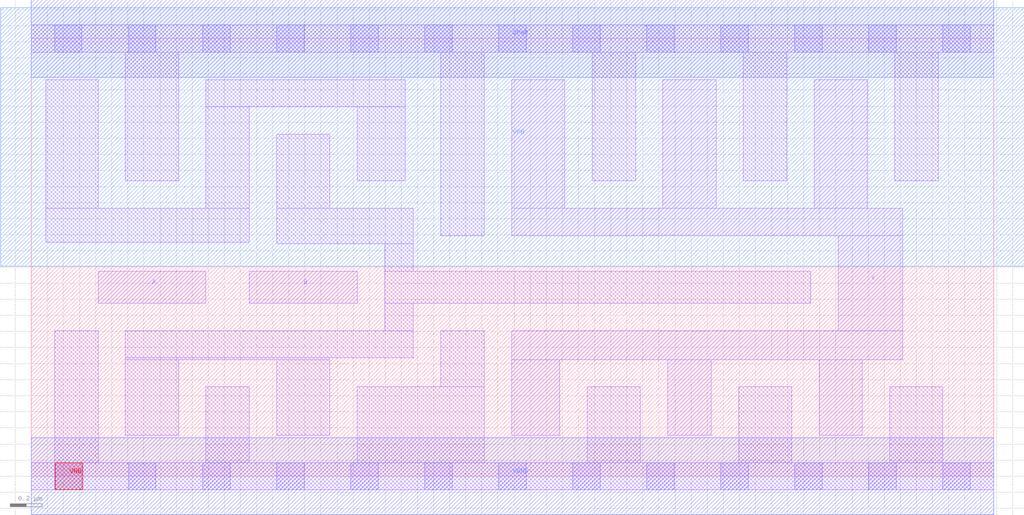
<source format=lef>
# Copyright 2020 The SkyWater PDK Authors
#
# Licensed under the Apache License, Version 2.0 (the "License");
# you may not use this file except in compliance with the License.
# You may obtain a copy of the License at
#
#     https://www.apache.org/licenses/LICENSE-2.0
#
# Unless required by applicable law or agreed to in writing, software
# distributed under the License is distributed on an "AS IS" BASIS,
# WITHOUT WARRANTIES OR CONDITIONS OF ANY KIND, either express or implied.
# See the License for the specific language governing permissions and
# limitations under the License.
#
# SPDX-License-Identifier: Apache-2.0

VERSION 5.7 ;
  NOWIREEXTENSIONATPIN ON ;
  DIVIDERCHAR "/" ;
  BUSBITCHARS "[]" ;
PROPERTYDEFINITIONS
  MACRO maskLayoutSubType STRING ;
  MACRO prCellType STRING ;
  MACRO originalViewName STRING ;
END PROPERTYDEFINITIONS
MACRO sky130_fd_sc_hdll__or2_6
  CLASS CORE ;
  FOREIGN sky130_fd_sc_hdll__or2_6 ;
  ORIGIN  0.000000  0.000000 ;
  SIZE  5.980000 BY  2.720000 ;
  SYMMETRY X Y R90 ;
  SITE unithd ;
  PIN A
    ANTENNAGATEAREA  0.555000 ;
    DIRECTION INPUT ;
    USE SIGNAL ;
    PORT
      LAYER li1 ;
        RECT 0.415000 1.075000 1.085000 1.275000 ;
    END
  END A
  PIN B
    ANTENNAGATEAREA  0.555000 ;
    DIRECTION INPUT ;
    USE SIGNAL ;
    PORT
      LAYER li1 ;
        RECT 1.355000 1.075000 2.025000 1.275000 ;
    END
  END B
  PIN VGND
    ANTENNADIFFAREA  1.722500 ;
    DIRECTION INOUT ;
    USE SIGNAL ;
    PORT
      LAYER met1 ;
        RECT 0.000000 -0.240000 5.980000 0.240000 ;
    END
  END VGND
  PIN VPWR
    ANTENNADIFFAREA  1.420000 ;
    DIRECTION INOUT ;
    USE SIGNAL ;
    PORT
      LAYER met1 ;
        RECT 0.000000 2.480000 5.980000 2.960000 ;
    END
  END VPWR
  PIN X
    ANTENNADIFFAREA  1.396500 ;
    DIRECTION OUTPUT ;
    USE SIGNAL ;
    PORT
      LAYER li1 ;
        RECT 2.985000 0.255000 3.285000 0.725000 ;
        RECT 2.985000 0.725000 5.415000 0.905000 ;
        RECT 2.985000 1.495000 5.415000 1.665000 ;
        RECT 2.985000 1.665000 3.315000 2.465000 ;
        RECT 3.925000 1.665000 4.255000 2.465000 ;
        RECT 3.955000 0.255000 4.225000 0.725000 ;
        RECT 4.865000 1.665000 5.195000 2.465000 ;
        RECT 4.895000 0.255000 5.165000 0.725000 ;
        RECT 5.015000 0.905000 5.415000 1.495000 ;
    END
  END X
  PIN VNB
    DIRECTION INOUT ;
    USE GROUND ;
    PORT
      LAYER pwell ;
        RECT 0.150000 -0.085000 0.320000 0.085000 ;
    END
  END VNB
  PIN VPB
    DIRECTION INOUT ;
    USE POWER ;
    PORT
      LAYER nwell ;
        RECT -0.190000 1.305000 6.170000 2.910000 ;
    END
  END VPB
  OBS
    LAYER li1 ;
      RECT 0.000000 -0.085000 5.980000 0.085000 ;
      RECT 0.000000  2.635000 5.980000 2.805000 ;
      RECT 0.090000  1.455000 1.355000 1.665000 ;
      RECT 0.090000  1.665000 0.415000 2.465000 ;
      RECT 0.145000  0.085000 0.415000 0.905000 ;
      RECT 0.585000  0.255000 0.915000 0.725000 ;
      RECT 0.585000  0.725000 1.855000 0.735000 ;
      RECT 0.585000  0.735000 2.375000 0.905000 ;
      RECT 0.585000  1.835000 0.915000 2.635000 ;
      RECT 1.085000  0.085000 1.355000 0.555000 ;
      RECT 1.085000  1.665000 1.355000 2.295000 ;
      RECT 1.085000  2.295000 2.325000 2.465000 ;
      RECT 1.525000  0.255000 1.855000 0.725000 ;
      RECT 1.525000  1.445000 2.375000 1.665000 ;
      RECT 1.525000  1.665000 1.855000 2.125000 ;
      RECT 2.025000  0.085000 2.815000 0.555000 ;
      RECT 2.025000  1.835000 2.325000 2.295000 ;
      RECT 2.195000  0.905000 2.375000 1.075000 ;
      RECT 2.195000  1.075000 4.845000 1.275000 ;
      RECT 2.195000  1.275000 2.375000 1.445000 ;
      RECT 2.545000  0.555000 2.815000 0.905000 ;
      RECT 2.545000  1.495000 2.815000 2.635000 ;
      RECT 3.455000  0.085000 3.785000 0.555000 ;
      RECT 3.485000  1.835000 3.755000 2.635000 ;
      RECT 4.395000  0.085000 4.725000 0.555000 ;
      RECT 4.425000  1.835000 4.695000 2.635000 ;
      RECT 5.335000  0.085000 5.665000 0.555000 ;
      RECT 5.365000  1.835000 5.635000 2.635000 ;
    LAYER mcon ;
      RECT 0.145000 -0.085000 0.315000 0.085000 ;
      RECT 0.145000  2.635000 0.315000 2.805000 ;
      RECT 0.605000 -0.085000 0.775000 0.085000 ;
      RECT 0.605000  2.635000 0.775000 2.805000 ;
      RECT 1.065000 -0.085000 1.235000 0.085000 ;
      RECT 1.065000  2.635000 1.235000 2.805000 ;
      RECT 1.525000 -0.085000 1.695000 0.085000 ;
      RECT 1.525000  2.635000 1.695000 2.805000 ;
      RECT 1.985000 -0.085000 2.155000 0.085000 ;
      RECT 1.985000  2.635000 2.155000 2.805000 ;
      RECT 2.445000 -0.085000 2.615000 0.085000 ;
      RECT 2.445000  2.635000 2.615000 2.805000 ;
      RECT 2.905000 -0.085000 3.075000 0.085000 ;
      RECT 2.905000  2.635000 3.075000 2.805000 ;
      RECT 3.365000 -0.085000 3.535000 0.085000 ;
      RECT 3.365000  2.635000 3.535000 2.805000 ;
      RECT 3.825000 -0.085000 3.995000 0.085000 ;
      RECT 3.825000  2.635000 3.995000 2.805000 ;
      RECT 4.285000 -0.085000 4.455000 0.085000 ;
      RECT 4.285000  2.635000 4.455000 2.805000 ;
      RECT 4.745000 -0.085000 4.915000 0.085000 ;
      RECT 4.745000  2.635000 4.915000 2.805000 ;
      RECT 5.205000 -0.085000 5.375000 0.085000 ;
      RECT 5.205000  2.635000 5.375000 2.805000 ;
      RECT 5.665000 -0.085000 5.835000 0.085000 ;
      RECT 5.665000  2.635000 5.835000 2.805000 ;
  END
  PROPERTY maskLayoutSubType "abstract" ;
  PROPERTY prCellType "standard" ;
  PROPERTY originalViewName "layout" ;
END sky130_fd_sc_hdll__or2_6
END LIBRARY

</source>
